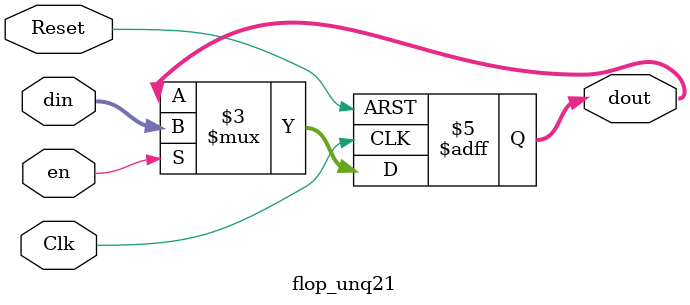
<source format=sv>

/* *****************************************************************************
 * File: flop.vp
 * 
 * Description:
 * Genesis2 flip-flop generator.
 * 
 * Required Genesis2 Controlable Parameters:
 * * Type		- Constant, Flop, RFlop, EFlop, or REFlop
 * * Width		- integer value specifying register width
 * * Default		- default value for the flop 
 *			 (only applies when flop_type=constant|rflop|reflop)
 * * SyncMode		- Sync or ASync flop * Change bar:
 * 
 * 
 * -----------
 * Date          Author   Description
 * Mar 30, 2010  shacham  init version  --  
 * May 20, 2014  jingpu   Add Async mode, change to active low reset
 * 
 * ****************************************************************************/


/*******************************************************************************
 * REQUIRED PARAMETERIZATION
 ******************************************************************************/
// Type (_GENESIS2_INHERITANCE_PRIORITY_) = REFlop
//
// Default (_GENESIS2_INHERITANCE_PRIORITY_) = 50
//
// Width (_GENESIS2_INHERITANCE_PRIORITY_) = 9
//
// SyncMode (_GENESIS2_DECLARATION_PRIORITY_) = ASync
//

module flop_unq21(
	       //inputs
	       input wire logic 		   Clk,
	       input wire logic [8:0]  din,
	       input wire logic 		   Reset,
	       input wire logic 		   en,

	       //outputs
	       output logic [8:0] dout
	       );


   /* synopsys dc_tcl_script_begin
    set_dont_retime [current_design] true
    set_optimize_registers false -design [current_design]
    */
   


   
   always_ff @(posedge Clk or negedge Reset) begin
      if (!Reset) 
	dout <= 9'h32;
      else if (en)
	dout <= din;
   end

endmodule : flop_unq21

</source>
